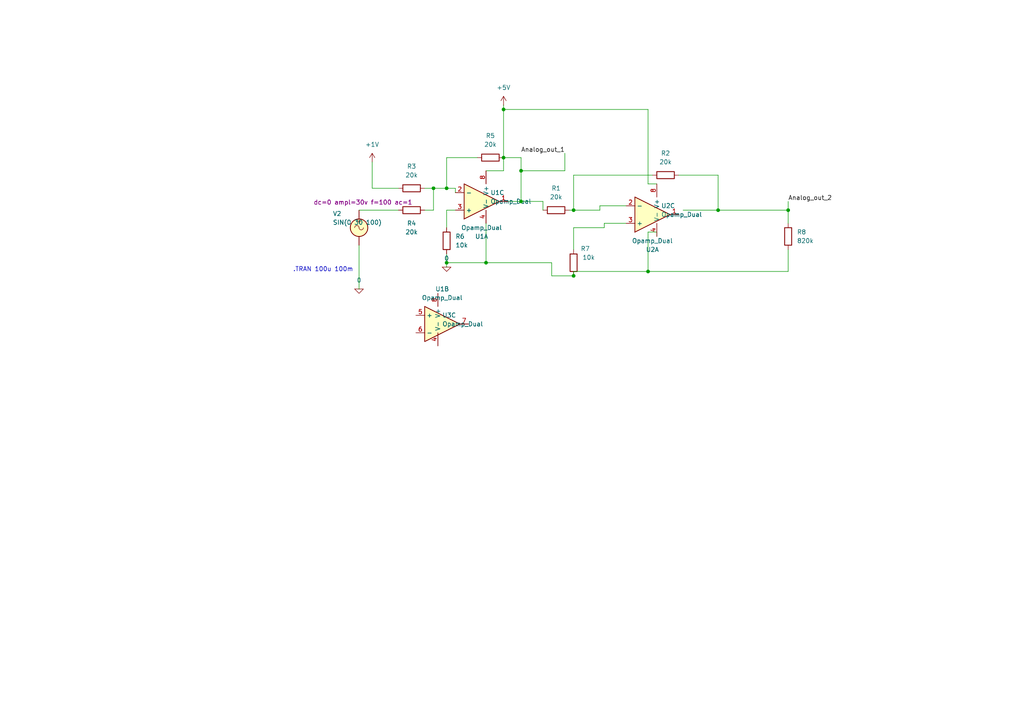
<source format=kicad_sch>
(kicad_sch (version 20231120) (generator "eeschema") (generator_version "8.0")
  (paper "A4")
  (lib_symbols
    (symbol "Device:Opamp_Dual"
      (property "Reference" "U" (at 0 5.08 0))
      (property "Value" "Opamp_Dual" (at 0 -5.08 0))
      (symbol "Opamp_Dual_1_1"
        (polyline (pts (xy -5.08 5.08) (xy 5.08 0) (xy -5.08 -5.08) (xy -5.08 5.08)) (stroke (width 0.254)) (fill (type background)))
        (pin output line (at 7.62 0 180) (length 2.54) (name "~") (number "1"))
        (pin input line (at -7.62 -2.54 0) (length 2.54) (name "-") (number "2"))
        (pin input line (at -7.62 2.54 0) (length 2.54) (name "+") (number "3"))
      )
      (symbol "Opamp_Dual_2_1"
        (polyline (pts (xy -5.08 5.08) (xy 5.08 0) (xy -5.08 -5.08) (xy -5.08 5.08)) (stroke (width 0.254)) (fill (type background)))
        (pin input line (at -7.62 2.54 0) (length 2.54) (name "+") (number "5"))
        (pin input line (at -7.62 -2.54 0) (length 2.54) (name "-") (number "6"))
        (pin output line (at 7.62 0 180) (length 2.54) (name "~") (number "7"))
      )
      (symbol "Opamp_Dual_3_1"
        (pin power_in line (at -2.54 -7.62 90) (length 3.81) (name "V-") (number "4"))
        (pin power_in line (at -2.54 7.62 270) (length 3.81) (name "V+") (number "8"))
      )
    )
    (symbol "Device:R" (pin_numbers hide) (pin_names (offset 0))
      (property "Reference" "R" (at 2.032 0 90))
      (property "Value" "R" (at 0 0 90))
      (symbol "R_0_1"
        (rectangle (start -1.016 -2.54) (end 1.016 2.54) (stroke (width 0.254)))
      )
      (symbol "R_1_1"
        (pin passive line (at 0 3.81 270) (length 1.27) (name "~") (number "1"))
        (pin passive line (at 0 -3.81 90) (length 1.27) (name "~") (number "2"))
      )
    )
    (symbol "Simulation_SPICE:0" (power) (pin_numbers hide) (pin_names (offset 0) hide)
      (property "Value" "0" (at 0 -2.54 0))
      (symbol "0_0_1"
        (polyline (pts (xy -1.27 0) (xy 0 -1.27) (xy 1.27 0) (xy -1.27 0)))
      )
      (symbol "0_1_1"
        (pin power_in line (at 0 0 0) (length 0) (name "~") (number "1"))
      )
    )
    (symbol "Simulation_SPICE:VSIN" (pin_numbers hide) (pin_names (offset 0.0254))
      (property "Reference" "V" (at 2.54 2.54 0))
      (property "Value" "VSIN" (at 2.54 0 0))
      (property "Sim.Params" "dc=0 ampl=1 f=1k ac=1" (at 2.54 -2.54 0))
      (symbol "VSIN_0_0"
        (arc (start 0 0) (mid -0.635 0.6323) (end -1.27 0))
        (arc (start 0 0) (mid 0.635 -0.6323) (end 1.27 0))
        (text "+" (at 0 1.905 0) (effects (font (size 1.27 1.27))))
      )
      (symbol "VSIN_0_1"
        (circle (center 0 0) (radius 2.54) (stroke (width 0.254)) (fill (type background)))
      )
      (symbol "VSIN_1_1"
        (pin passive line (at 0 5.08 270) (length 2.54) (name "~") (number "1"))
        (pin passive line (at 0 -5.08 90) (length 2.54) (name "~") (number "2"))
      )
    )
    (symbol "power:+5V" (power) (pin_numbers hide) (pin_names (offset 0) hide)
      (property "Value" "+5V" (at 0 3.556 0))
      (symbol "+5V_0_1"
        (polyline (pts (xy -0.762 1.27) (xy 0 2.54)))
        (polyline (pts (xy 0 0) (xy 0 2.54)))
        (polyline (pts (xy 0 2.54) (xy 0.762 1.27)))
      )
      (symbol "+5V_1_1"
        (pin power_in line (at 0 0 90) (length 0) (name "~") (number "1"))
      )
    )
  )
  (junction (at 187.96 78.74))
  (junction (at 129.54 76.2))
  (junction (at 208.28 60.96))
  (junction (at 140.97 76.2))
  (junction (at 166.37 80.01))
  (junction (at 146.05 31.75))
  (junction (at 151.13 58.42))
  (junction (at 129.54 54.61))
  (junction (at 125.73 54.61))
  (junction (at 228.6 60.96))
  (junction (at 146.05 45.72))
  (junction (at 166.37 60.96))
  (junction (at 151.13 49.53))
  (wire (pts (xy 129.54 76.2) (xy 140.97 76.2)))
  (wire (pts (xy 163.83 44.45) (xy 163.83 49.53)))
  (wire (pts (xy 187.96 67.31) (xy 187.96 78.74)))
  (wire (pts (xy 175.26 66.04) (xy 166.37 66.04)))
  (wire (pts (xy 129.54 54.61) (xy 132.08 54.61)))
  (wire (pts (xy 163.83 49.53) (xy 151.13 49.53)))
  (wire (pts (xy 129.54 73.66) (xy 129.54 76.2)))
  (wire (pts (xy 190.5 53.34) (xy 187.96 53.34)))
  (wire (pts (xy 107.95 46.99) (xy 107.95 54.61)))
  (wire (pts (xy 147.32 58.42) (xy 151.13 58.42)))
  (wire (pts (xy 166.37 78.74) (xy 187.96 78.74)))
  (wire (pts (xy 125.73 54.61) (xy 125.73 60.96)))
  (wire (pts (xy 146.05 31.75) (xy 146.05 45.72)))
  (wire (pts (xy 125.73 54.61) (xy 129.54 54.61)))
  (wire (pts (xy 160.02 80.01) (xy 166.37 80.01)))
  (wire (pts (xy 146.05 30.48) (xy 146.05 31.75)))
  (wire (pts (xy 157.48 60.96) (xy 157.48 58.42)))
  (wire (pts (xy 129.54 66.04) (xy 129.54 60.96)))
  (wire (pts (xy 123.19 54.61) (xy 125.73 54.61)))
  (wire (pts (xy 173.99 59.69) (xy 173.99 60.96)))
  (wire (pts (xy 123.19 60.96) (xy 125.73 60.96)))
  (wire (pts (xy 208.28 60.96) (xy 198.12 60.96)))
  (wire (pts (xy 138.43 45.72) (xy 129.54 45.72)))
  (wire (pts (xy 165.1 60.96) (xy 166.37 60.96)))
  (wire (pts (xy 228.6 72.39) (xy 228.6 78.74)))
  (wire (pts (xy 107.95 54.61) (xy 115.57 54.61)))
  (wire (pts (xy 129.54 45.72) (xy 129.54 54.61)))
  (wire (pts (xy 228.6 64.77) (xy 228.6 60.96)))
  (wire (pts (xy 129.54 60.96) (xy 132.08 60.96)))
  (wire (pts (xy 129.54 76.2) (xy 129.54 77.47)))
  (wire (pts (xy 196.85 50.8) (xy 208.28 50.8)))
  (wire (pts (xy 140.97 49.53) (xy 146.05 49.53)))
  (wire (pts (xy 175.26 64.77) (xy 175.26 66.04)))
  (wire (pts (xy 104.14 71.12) (xy 104.14 83.82)))
  (wire (pts (xy 151.13 45.72) (xy 151.13 49.53)))
  (wire (pts (xy 208.28 50.8) (xy 208.28 60.96)))
  (wire (pts (xy 187.96 31.75) (xy 187.96 53.34)))
  (wire (pts (xy 181.61 59.69) (xy 173.99 59.69)))
  (wire (pts (xy 166.37 50.8) (xy 166.37 60.96)))
  (wire (pts (xy 140.97 76.2) (xy 160.02 76.2)))
  (wire (pts (xy 104.14 60.96) (xy 115.57 60.96)))
  (wire (pts (xy 187.96 78.74) (xy 228.6 78.74)))
  (wire (pts (xy 146.05 45.72) (xy 146.05 49.53)))
  (wire (pts (xy 208.28 60.96) (xy 228.6 60.96)))
  (wire (pts (xy 132.08 54.61) (xy 132.08 55.88)))
  (wire (pts (xy 190.5 68.58) (xy 190.5 67.31)))
  (wire (pts (xy 157.48 58.42) (xy 151.13 58.42)))
  (wire (pts (xy 187.96 31.75) (xy 146.05 31.75)))
  (wire (pts (xy 146.05 45.72) (xy 151.13 45.72)))
  (wire (pts (xy 166.37 78.74) (xy 166.37 80.01)))
  (wire (pts (xy 160.02 80.01) (xy 160.02 76.2)))
  (wire (pts (xy 166.37 72.39) (xy 166.37 66.04)))
  (wire (pts (xy 151.13 49.53) (xy 151.13 58.42)))
  (wire (pts (xy 140.97 64.77) (xy 140.97 76.2)))
  (wire (pts (xy 166.37 60.96) (xy 173.99 60.96)))
  (wire (pts (xy 228.6 58.42) (xy 228.6 60.96)))
  (wire (pts (xy 190.5 67.31) (xy 187.96 67.31)))
  (wire (pts (xy 181.61 64.77) (xy 175.26 64.77)))
  (wire (pts (xy 189.23 50.8) (xy 166.37 50.8)))
  (text ".TRAN 100u 100m" (at 93.726 78.232 0) (effects (font (size 1.27 1.27))))
  (label "Analog_out_2" (at 228.6 58.42 0))
  (label "Analog_out_1" (at 163.83 44.45 180))
  (symbol (lib_id "Device:Opamp_Dual") (at 128.27 93.98 0) (unit 2)
    (property "Reference" "U1" (at 128.27 83.82 0))
    (property "Value" "Opamp_Dual" (at 128.27 86.36 0))
    (property "Description" "Dual operational amplifier" (effects (hide yes)))
    (property "Sim.Library" "${KICAD7_SYMBOL_DIR}/Simulation_SPICE.sp" (effects (hide yes)))
    (property "Sim.Name" "kicad_builtin_opamp_dual" (effects (hide yes)))
    (property "Sim.Device" "SUBCKT" (effects (hide yes)))
    (property "Sim.Pins" "1=out1 2=in1- 3=in1+ 4=vee 5=in2+ 6=in2- 7=out2 8=vcc" (effects (hide yes)))
  )
  (symbol (lib_id "Device:R") (at 161.29 60.96 90) (unit 1)
    (property "Reference" "R1" (at 161.29 54.61 90))
    (property "Value" "20k" (at 161.29 57.15 90))
    (property "Description" "Resistor" (effects (hide yes)))
  )
  (symbol (lib_id "power:+5V") (at 146.05 30.48 0) (unit 1)
    (property "Reference" "#PWR02" (effects (hide yes)))
    (property "Value" "+5V" (at 146.05 25.4 0))
    (property "Description" "Power symbol creates a global label with name \"+5V\"" (effects (hide yes)))
  )
  (symbol (lib_id "Device:R") (at 166.37 76.2 180) (unit 1)
    (property "Reference" "R7" (at 168.402 72.136 0) (effects (justify right)))
    (property "Value" "10k" (at 168.91 74.676 0) (effects (justify right)))
    (property "Description" "Resistor" (effects (hide yes)))
  )
  (symbol (lib_id "Simulation_SPICE:VSIN") (at 104.14 66.04 0) (unit 1)
    (property "Reference" "V2" (at 96.52 61.976 0) (effects (justify left)))
    (property "Value" "SIN(0 30 100)" (at 96.52 64.516 0) (effects (justify left)))
    (property "Datasheet" "https://ngspice.sourceforge.io/docs/ngspice-html-manual/manual.xhtml#sec_Independent_Sources_for" (effects (hide yes)))
    (property "Description" "Voltage source, sinusoidal" (effects (hide yes)))
    (property "Sim.Pins" "1=+ 2=-" (effects (hide yes)))
    (property "Sim.Params" "dc=0 ampl=30v f=100 ac=1" (at 90.932 58.674 0) (effects (justify left)))
    (property "Sim.Type" "SIN" (effects (hide yes)))
    (property "Sim.Device" "V" (effects (hide yes)))
  )
  (symbol (lib_id "Device:R") (at 129.54 69.85 180) (unit 1)
    (property "Reference" "R6" (at 132.08 68.5799 0) (effects (justify right)))
    (property "Value" "10k" (at 132.08 71.1199 0) (effects (justify right)))
    (property "Description" "Resistor" (effects (hide yes)))
  )
  (symbol (lib_id "Device:Opamp_Dual") (at 139.7 58.42 0) (mirror x) (unit 1)
    (property "Reference" "U1" (at 139.7 68.58 0))
    (property "Value" "Opamp_Dual" (at 139.7 66.04 0))
    (property "Description" "Dual operational amplifier" (effects (hide yes)))
    (property "Sim.Library" "${KICAD7_SYMBOL_DIR}/Simulation_SPICE.sp" (effects (hide yes)))
    (property "Sim.Name" "kicad_builtin_opamp_dual" (effects (hide yes)))
    (property "Sim.Device" "SUBCKT" (effects (hide yes)))
    (property "Sim.Pins" "1=out1 2=in1- 3=in1+ 4=vee 5=in2+ 6=in2- 7=out2 8=vcc" (effects (hide yes)))
  )
  (symbol (lib_id "Device:R") (at 193.04 50.8 90) (unit 1)
    (property "Reference" "R2" (at 193.04 44.45 90))
    (property "Value" "20k" (at 193.04 46.99 90))
    (property "Description" "Resistor" (effects (hide yes)))
  )
  (symbol (lib_id "Simulation_SPICE:0") (at 104.14 83.82 0) (unit 1)
    (property "Reference" "#GND02" (effects (hide yes)))
    (property "Value" "0" (at 104.14 81.28 0))
    (property "Datasheet" "https://ngspice.sourceforge.io/docs/ngspice-html-manual/manual.xhtml#subsec_Circuit_elements__device" (effects (hide yes)))
    (property "Description" "0V reference potential for simulation" (effects (hide yes)))
  )
  (symbol (lib_id "Device:Opamp_Dual") (at 193.04 60.96 0) (unit 3)
    (property "Reference" "U2" (at 191.77 59.6899 0) (effects (justify left)))
    (property "Value" "Opamp_Dual" (at 191.77 62.2299 0) (effects (justify left)))
    (property "Description" "Dual operational amplifier" (effects (hide yes)))
    (property "Sim.Library" "${KICAD7_SYMBOL_DIR}/Simulation_SPICE.sp" (effects (hide yes)))
    (property "Sim.Name" "kicad_builtin_opamp_dual" (effects (hide yes)))
    (property "Sim.Device" "SUBCKT" (effects (hide yes)))
    (property "Sim.Pins" "1=out1 2=in1- 3=in1+ 4=vee 5=in2+ 6=in2- 7=out2 8=vcc" (effects (hide yes)))
  )
  (symbol (lib_id "Device:R") (at 119.38 60.96 90) (unit 1)
    (property "Reference" "R4" (at 119.38 64.77 90))
    (property "Value" "20k" (at 119.38 67.31 90))
    (property "Description" "Resistor" (effects (hide yes)))
  )
  (symbol (lib_id "Device:Opamp_Dual") (at 143.51 57.15 0) (unit 3)
    (property "Reference" "U1" (at 142.24 55.8799 0) (effects (justify left)))
    (property "Value" "Opamp_Dual" (at 142.24 58.4199 0) (effects (justify left)))
    (property "Description" "Dual operational amplifier" (effects (hide yes)))
    (property "Sim.Library" "${KICAD7_SYMBOL_DIR}/Simulation_SPICE.sp" (effects (hide yes)))
    (property "Sim.Name" "kicad_builtin_opamp_dual" (effects (hide yes)))
    (property "Sim.Device" "SUBCKT" (effects (hide yes)))
    (property "Sim.Pins" "1=out1 2=in1- 3=in1+ 4=vee 5=in2+ 6=in2- 7=out2 8=vcc" (effects (hide yes)))
  )
  (symbol (lib_id "Device:R") (at 142.24 45.72 90) (unit 1)
    (property "Reference" "R5" (at 142.24 39.37 90))
    (property "Value" "20k" (at 142.24 41.91 90))
    (property "Description" "Resistor" (effects (hide yes)))
  )
  (symbol (lib_id "Device:Opamp_Dual") (at 129.54 92.71 0) (unit 3)
    (property "Reference" "U3" (at 128.27 91.4399 0) (effects (justify left)))
    (property "Value" "Opamp_Dual" (at 128.27 93.9799 0) (effects (justify left)))
    (property "Description" "Dual operational amplifier" (effects (hide yes)))
    (property "Sim.Library" "${KICAD7_SYMBOL_DIR}/Simulation_SPICE.sp" (effects (hide yes)))
    (property "Sim.Name" "kicad_builtin_opamp_dual" (effects (hide yes)))
    (property "Sim.Device" "SUBCKT" (effects (hide yes)))
    (property "Sim.Pins" "1=out1 2=in1- 3=in1+ 4=vee 5=in2+ 6=in2- 7=out2 8=vcc" (effects (hide yes)))
  )
  (symbol (lib_id "Device:R") (at 228.6 68.58 180) (unit 1)
    (property "Reference" "R8" (at 231.14 67.3099 0) (effects (justify right)))
    (property "Value" "820k" (at 231.14 69.8499 0) (effects (justify right)))
    (property "Description" "Resistor" (effects (hide yes)))
  )
  (symbol (lib_id "Device:R") (at 119.38 54.61 90) (unit 1)
    (property "Reference" "R3" (at 119.38 48.26 90))
    (property "Value" "20k" (at 119.38 50.8 90))
    (property "Description" "Resistor" (effects (hide yes)))
  )
  (symbol (lib_id "Device:Opamp_Dual") (at 189.23 62.23 0) (mirror x) (unit 1)
    (property "Reference" "U2" (at 189.23 72.39 0))
    (property "Value" "Opamp_Dual" (at 189.23 69.85 0))
    (property "Description" "Dual operational amplifier" (effects (hide yes)))
    (property "Sim.Library" "${KICAD7_SYMBOL_DIR}/Simulation_SPICE.sp" (effects (hide yes)))
    (property "Sim.Name" "kicad_builtin_opamp_dual" (effects (hide yes)))
    (property "Sim.Device" "SUBCKT" (effects (hide yes)))
    (property "Sim.Pins" "1=out1 2=in1- 3=in1+ 4=vee 5=in2+ 6=in2- 7=out2 8=vcc" (effects (hide yes)))
  )
  (symbol (lib_id "Simulation_SPICE:0") (at 129.54 77.47 0) (unit 1)
    (property "Reference" "#GND03" (effects (hide yes)))
    (property "Value" "0" (at 129.54 74.93 0))
    (property "Datasheet" "https://ngspice.sourceforge.io/docs/ngspice-html-manual/manual.xhtml#subsec_Circuit_elements__device" (effects (hide yes)))
    (property "Description" "0V reference potential for simulation" (effects (hide yes)))
  )
  (symbol (lib_id "power:+5V") (at 107.95 46.99 0) (unit 1)
    (property "Reference" "#PWR01" (effects (hide yes)))
    (property "Value" "+1V" (at 107.95 41.91 0))
    (property "Description" "Power symbol creates a global label with name \"+5V\"" (effects (hide yes)))
  )
)
</source>
